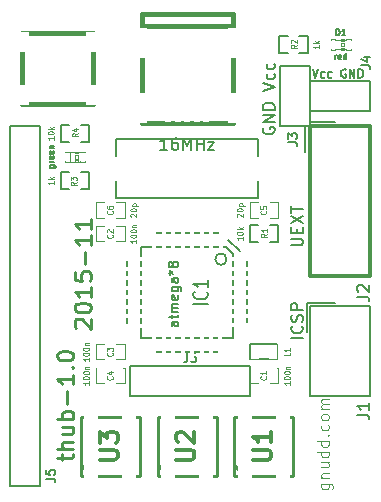
<source format=gto>
G04 (created by PCBNEW (22-Jun-2014 BZR 4027)-stable) date Tue Nov  3 08:39:22 2015*
%MOIN*%
G04 Gerber Fmt 3.4, Leading zero omitted, Abs format*
%FSLAX34Y34*%
G01*
G70*
G90*
G04 APERTURE LIST*
%ADD10C,0.00590551*%
%ADD11C,0.00787402*%
%ADD12C,0.00393701*%
%ADD13C,0.00984252*%
%ADD14C,0.006*%
%ADD15C,0.015*%
%ADD16C,0.012*%
%ADD17C,0.008*%
%ADD18C,0.0098*%
%ADD19C,0.005*%
%ADD20C,0.0047*%
%ADD21C,0.0026*%
%ADD22C,0.004*%
%ADD23C,0.0045*%
%ADD24R,0.0177X0.0787*%
%ADD25R,0.0787X0.0177*%
%ADD26R,0.0197X0.0906*%
%ADD27R,0.0787X0.0984*%
%ADD28C,0.0354*%
%ADD29R,0.06X0.06*%
%ADD30C,0.06*%
%ADD31R,0.19685X0.0787402*%
%ADD32R,0.0472X0.0787*%
%ADD33R,0.07X0.07*%
%ADD34C,0.0629921*%
%ADD35R,0.025X0.045*%
%ADD36R,0.0314X0.0314*%
G04 APERTURE END LIST*
G54D10*
X49855Y-40977D02*
X49947Y-41253D01*
X50039Y-40977D01*
X50249Y-41240D02*
X50223Y-41253D01*
X50170Y-41253D01*
X50144Y-41240D01*
X50131Y-41227D01*
X50118Y-41200D01*
X50118Y-41122D01*
X50131Y-41095D01*
X50144Y-41082D01*
X50170Y-41069D01*
X50223Y-41069D01*
X50249Y-41082D01*
X50485Y-41240D02*
X50459Y-41253D01*
X50406Y-41253D01*
X50380Y-41240D01*
X50367Y-41227D01*
X50354Y-41200D01*
X50354Y-41122D01*
X50367Y-41095D01*
X50380Y-41082D01*
X50406Y-41069D01*
X50459Y-41069D01*
X50485Y-41082D01*
X50958Y-40990D02*
X50931Y-40977D01*
X50892Y-40977D01*
X50853Y-40990D01*
X50826Y-41017D01*
X50813Y-41043D01*
X50800Y-41095D01*
X50800Y-41135D01*
X50813Y-41187D01*
X50826Y-41213D01*
X50853Y-41240D01*
X50892Y-41253D01*
X50918Y-41253D01*
X50958Y-41240D01*
X50971Y-41227D01*
X50971Y-41135D01*
X50918Y-41135D01*
X51089Y-41253D02*
X51089Y-40977D01*
X51246Y-41253D01*
X51246Y-40977D01*
X51377Y-41253D02*
X51377Y-40977D01*
X51443Y-40977D01*
X51482Y-40990D01*
X51509Y-41017D01*
X51522Y-41043D01*
X51535Y-41095D01*
X51535Y-41135D01*
X51522Y-41187D01*
X51509Y-41213D01*
X51482Y-41240D01*
X51443Y-41253D01*
X51377Y-41253D01*
G54D11*
X49135Y-46848D02*
X49454Y-46848D01*
X49491Y-46829D01*
X49510Y-46811D01*
X49529Y-46773D01*
X49529Y-46698D01*
X49510Y-46661D01*
X49491Y-46642D01*
X49454Y-46623D01*
X49135Y-46623D01*
X49323Y-46436D02*
X49323Y-46304D01*
X49529Y-46248D02*
X49529Y-46436D01*
X49135Y-46436D01*
X49135Y-46248D01*
X49135Y-46117D02*
X49529Y-45854D01*
X49135Y-45854D02*
X49529Y-46117D01*
X49135Y-45761D02*
X49135Y-45536D01*
X49529Y-45648D02*
X49135Y-45648D01*
X48209Y-42924D02*
X48190Y-42962D01*
X48190Y-43018D01*
X48209Y-43074D01*
X48247Y-43112D01*
X48284Y-43130D01*
X48359Y-43149D01*
X48415Y-43149D01*
X48490Y-43130D01*
X48528Y-43112D01*
X48565Y-43074D01*
X48584Y-43018D01*
X48584Y-42980D01*
X48565Y-42924D01*
X48547Y-42905D01*
X48415Y-42905D01*
X48415Y-42980D01*
X48584Y-42737D02*
X48190Y-42737D01*
X48584Y-42512D01*
X48190Y-42512D01*
X48584Y-42324D02*
X48190Y-42324D01*
X48190Y-42230D01*
X48209Y-42174D01*
X48247Y-42137D01*
X48284Y-42118D01*
X48359Y-42099D01*
X48415Y-42099D01*
X48490Y-42118D01*
X48528Y-42137D01*
X48565Y-42174D01*
X48584Y-42230D01*
X48584Y-42324D01*
X48190Y-41687D02*
X48584Y-41556D01*
X48190Y-41424D01*
X48565Y-41124D02*
X48584Y-41162D01*
X48584Y-41237D01*
X48565Y-41274D01*
X48547Y-41293D01*
X48509Y-41312D01*
X48397Y-41312D01*
X48359Y-41293D01*
X48340Y-41274D01*
X48322Y-41237D01*
X48322Y-41162D01*
X48340Y-41124D01*
X48565Y-40787D02*
X48584Y-40824D01*
X48584Y-40899D01*
X48565Y-40937D01*
X48547Y-40956D01*
X48509Y-40974D01*
X48397Y-40974D01*
X48359Y-40956D01*
X48340Y-40937D01*
X48322Y-40899D01*
X48322Y-40824D01*
X48340Y-40787D01*
X49529Y-49951D02*
X49135Y-49951D01*
X49491Y-49538D02*
X49510Y-49557D01*
X49529Y-49613D01*
X49529Y-49651D01*
X49510Y-49707D01*
X49473Y-49745D01*
X49435Y-49763D01*
X49360Y-49782D01*
X49304Y-49782D01*
X49229Y-49763D01*
X49191Y-49745D01*
X49154Y-49707D01*
X49135Y-49651D01*
X49135Y-49613D01*
X49154Y-49557D01*
X49173Y-49538D01*
X49510Y-49388D02*
X49529Y-49332D01*
X49529Y-49238D01*
X49510Y-49201D01*
X49491Y-49182D01*
X49454Y-49163D01*
X49416Y-49163D01*
X49379Y-49182D01*
X49360Y-49201D01*
X49341Y-49238D01*
X49323Y-49313D01*
X49304Y-49351D01*
X49285Y-49370D01*
X49248Y-49388D01*
X49210Y-49388D01*
X49173Y-49370D01*
X49154Y-49351D01*
X49135Y-49313D01*
X49135Y-49220D01*
X49154Y-49163D01*
X49529Y-48995D02*
X49135Y-48995D01*
X49135Y-48845D01*
X49154Y-48807D01*
X49173Y-48788D01*
X49210Y-48770D01*
X49266Y-48770D01*
X49304Y-48788D01*
X49323Y-48807D01*
X49341Y-48845D01*
X49341Y-48995D01*
G54D12*
X50133Y-54795D02*
X50451Y-54795D01*
X50489Y-54814D01*
X50508Y-54833D01*
X50526Y-54870D01*
X50526Y-54926D01*
X50508Y-54964D01*
X50376Y-54795D02*
X50395Y-54833D01*
X50395Y-54908D01*
X50376Y-54945D01*
X50358Y-54964D01*
X50320Y-54983D01*
X50208Y-54983D01*
X50170Y-54964D01*
X50151Y-54945D01*
X50133Y-54908D01*
X50133Y-54833D01*
X50151Y-54795D01*
X50133Y-54608D02*
X50395Y-54608D01*
X50170Y-54608D02*
X50151Y-54589D01*
X50133Y-54551D01*
X50133Y-54495D01*
X50151Y-54458D01*
X50189Y-54439D01*
X50395Y-54439D01*
X50133Y-54083D02*
X50395Y-54083D01*
X50133Y-54251D02*
X50339Y-54251D01*
X50376Y-54233D01*
X50395Y-54195D01*
X50395Y-54139D01*
X50376Y-54101D01*
X50358Y-54083D01*
X50395Y-53727D02*
X50001Y-53727D01*
X50376Y-53727D02*
X50395Y-53764D01*
X50395Y-53839D01*
X50376Y-53877D01*
X50358Y-53895D01*
X50320Y-53914D01*
X50208Y-53914D01*
X50170Y-53895D01*
X50151Y-53877D01*
X50133Y-53839D01*
X50133Y-53764D01*
X50151Y-53727D01*
X50395Y-53370D02*
X50001Y-53370D01*
X50376Y-53370D02*
X50395Y-53408D01*
X50395Y-53483D01*
X50376Y-53520D01*
X50358Y-53539D01*
X50320Y-53558D01*
X50208Y-53558D01*
X50170Y-53539D01*
X50151Y-53520D01*
X50133Y-53483D01*
X50133Y-53408D01*
X50151Y-53370D01*
X50358Y-53183D02*
X50376Y-53164D01*
X50395Y-53183D01*
X50376Y-53202D01*
X50358Y-53183D01*
X50395Y-53183D01*
X50376Y-52827D02*
X50395Y-52864D01*
X50395Y-52939D01*
X50376Y-52977D01*
X50358Y-52995D01*
X50320Y-53014D01*
X50208Y-53014D01*
X50170Y-52995D01*
X50151Y-52977D01*
X50133Y-52939D01*
X50133Y-52864D01*
X50151Y-52827D01*
X50395Y-52602D02*
X50376Y-52639D01*
X50358Y-52658D01*
X50320Y-52677D01*
X50208Y-52677D01*
X50170Y-52658D01*
X50151Y-52639D01*
X50133Y-52602D01*
X50133Y-52545D01*
X50151Y-52508D01*
X50170Y-52489D01*
X50208Y-52470D01*
X50320Y-52470D01*
X50358Y-52489D01*
X50376Y-52508D01*
X50395Y-52545D01*
X50395Y-52602D01*
X50395Y-52302D02*
X50133Y-52302D01*
X50170Y-52302D02*
X50151Y-52283D01*
X50133Y-52245D01*
X50133Y-52189D01*
X50151Y-52152D01*
X50189Y-52133D01*
X50395Y-52133D01*
X50189Y-52133D02*
X50151Y-52114D01*
X50133Y-52077D01*
X50133Y-52020D01*
X50151Y-51983D01*
X50189Y-51964D01*
X50395Y-51964D01*
G54D13*
X41968Y-49606D02*
X41942Y-49580D01*
X41916Y-49527D01*
X41916Y-49396D01*
X41942Y-49343D01*
X41968Y-49317D01*
X42020Y-49291D01*
X42073Y-49291D01*
X42152Y-49317D01*
X42467Y-49632D01*
X42467Y-49291D01*
X41916Y-48950D02*
X41916Y-48897D01*
X41942Y-48845D01*
X41968Y-48818D01*
X42020Y-48792D01*
X42125Y-48766D01*
X42257Y-48766D01*
X42362Y-48792D01*
X42414Y-48818D01*
X42440Y-48845D01*
X42467Y-48897D01*
X42467Y-48950D01*
X42440Y-49002D01*
X42414Y-49028D01*
X42362Y-49055D01*
X42257Y-49081D01*
X42125Y-49081D01*
X42020Y-49055D01*
X41968Y-49028D01*
X41942Y-49002D01*
X41916Y-48950D01*
X42467Y-48241D02*
X42467Y-48556D01*
X42467Y-48398D02*
X41916Y-48398D01*
X41994Y-48451D01*
X42047Y-48503D01*
X42073Y-48556D01*
X41916Y-47742D02*
X41916Y-48005D01*
X42178Y-48031D01*
X42152Y-48005D01*
X42125Y-47952D01*
X42125Y-47821D01*
X42152Y-47769D01*
X42178Y-47742D01*
X42230Y-47716D01*
X42362Y-47716D01*
X42414Y-47742D01*
X42440Y-47769D01*
X42467Y-47821D01*
X42467Y-47952D01*
X42440Y-48005D01*
X42414Y-48031D01*
X42257Y-47480D02*
X42257Y-47060D01*
X42467Y-46509D02*
X42467Y-46824D01*
X42467Y-46666D02*
X41916Y-46666D01*
X41994Y-46719D01*
X42047Y-46771D01*
X42073Y-46824D01*
X42467Y-45984D02*
X42467Y-46299D01*
X42467Y-46141D02*
X41916Y-46141D01*
X41994Y-46194D01*
X42047Y-46246D01*
X42073Y-46299D01*
G54D11*
X50613Y-42720D02*
X49763Y-42720D01*
X49613Y-43720D02*
X49613Y-42870D01*
X49663Y-48770D02*
X50613Y-48770D01*
X49663Y-49720D02*
X49663Y-48770D01*
X47047Y-46653D02*
X47440Y-47047D01*
G54D13*
X41509Y-54015D02*
X41509Y-53805D01*
X41325Y-53937D02*
X41797Y-53937D01*
X41850Y-53910D01*
X41876Y-53858D01*
X41876Y-53805D01*
X41876Y-53622D02*
X41325Y-53622D01*
X41876Y-53385D02*
X41587Y-53385D01*
X41535Y-53412D01*
X41509Y-53464D01*
X41509Y-53543D01*
X41535Y-53595D01*
X41561Y-53622D01*
X41509Y-52887D02*
X41876Y-52887D01*
X41509Y-53123D02*
X41797Y-53123D01*
X41850Y-53097D01*
X41876Y-53044D01*
X41876Y-52965D01*
X41850Y-52913D01*
X41824Y-52887D01*
X41876Y-52624D02*
X41325Y-52624D01*
X41535Y-52624D02*
X41509Y-52572D01*
X41509Y-52467D01*
X41535Y-52414D01*
X41561Y-52388D01*
X41614Y-52362D01*
X41771Y-52362D01*
X41824Y-52388D01*
X41850Y-52414D01*
X41876Y-52467D01*
X41876Y-52572D01*
X41850Y-52624D01*
X41666Y-52125D02*
X41666Y-51706D01*
X41876Y-51154D02*
X41876Y-51469D01*
X41876Y-51312D02*
X41325Y-51312D01*
X41404Y-51364D01*
X41456Y-51417D01*
X41482Y-51469D01*
X41824Y-50918D02*
X41850Y-50892D01*
X41876Y-50918D01*
X41850Y-50944D01*
X41824Y-50918D01*
X41876Y-50918D01*
X41325Y-50551D02*
X41325Y-50498D01*
X41351Y-50446D01*
X41377Y-50419D01*
X41430Y-50393D01*
X41535Y-50367D01*
X41666Y-50367D01*
X41771Y-50393D01*
X41824Y-50419D01*
X41850Y-50446D01*
X41876Y-50498D01*
X41876Y-50551D01*
X41850Y-50603D01*
X41824Y-50629D01*
X41771Y-50656D01*
X41666Y-50682D01*
X41535Y-50682D01*
X41430Y-50656D01*
X41377Y-50629D01*
X41351Y-50603D01*
X41325Y-50551D01*
G54D14*
X44579Y-50405D02*
X44579Y-49955D01*
X46759Y-50405D02*
X46759Y-49965D01*
X44579Y-50405D02*
X46759Y-50405D01*
X44109Y-49525D02*
X43679Y-49525D01*
X44099Y-47315D02*
X43679Y-47315D01*
X43679Y-47305D02*
X43669Y-49525D01*
X47649Y-47325D02*
X47659Y-49495D01*
X46959Y-46895D02*
X44129Y-46895D01*
X47649Y-49505D02*
X47239Y-49505D01*
X47199Y-47145D02*
X47199Y-49925D01*
X44119Y-49945D02*
X47159Y-49945D01*
X44119Y-46895D02*
X44119Y-49895D01*
X46789Y-46445D02*
X44569Y-46445D01*
X44569Y-46445D02*
X44569Y-46895D01*
X46969Y-46899D02*
X47199Y-47129D01*
X46789Y-46447D02*
X46789Y-46899D01*
X47199Y-47325D02*
X47651Y-47325D01*
X46983Y-47307D02*
G75*
G03X46983Y-47307I-188J0D01*
G74*
G01*
G54D15*
X47185Y-39527D02*
X44153Y-39527D01*
X47185Y-39133D02*
X44153Y-39133D01*
X44153Y-39133D02*
X44153Y-42755D01*
X44153Y-42755D02*
X47185Y-42755D01*
X47185Y-42755D02*
X47185Y-39133D01*
G54D16*
X51763Y-42870D02*
X51763Y-47870D01*
X51763Y-47870D02*
X49763Y-47870D01*
X49763Y-47870D02*
X49763Y-42870D01*
X49763Y-42870D02*
X51763Y-42870D01*
G54D17*
X49763Y-51870D02*
X49763Y-48870D01*
X51763Y-48870D02*
X51763Y-51870D01*
X51763Y-51870D02*
X49763Y-51870D01*
X49763Y-48870D02*
X51763Y-48870D01*
G54D10*
X48031Y-45275D02*
X43307Y-45275D01*
X43307Y-45275D02*
X43307Y-43307D01*
X43307Y-43307D02*
X48031Y-43307D01*
X48031Y-43307D02*
X48031Y-45275D01*
G54D18*
X47244Y-54173D02*
X47598Y-54527D01*
X49212Y-52559D02*
X49212Y-54527D01*
X49212Y-54527D02*
X47244Y-54527D01*
X47244Y-54527D02*
X47244Y-52559D01*
X47244Y-52559D02*
X49173Y-52559D01*
X44685Y-54173D02*
X45039Y-54527D01*
X46653Y-52559D02*
X46653Y-54527D01*
X46653Y-54527D02*
X44685Y-54527D01*
X44685Y-54527D02*
X44685Y-52559D01*
X44685Y-52559D02*
X46614Y-52559D01*
G54D15*
X40157Y-39763D02*
X42519Y-39763D01*
X42519Y-39763D02*
X42519Y-42125D01*
X42519Y-42125D02*
X40157Y-42125D01*
X40157Y-42125D02*
X40157Y-39763D01*
G54D14*
X49763Y-42370D02*
X49763Y-41370D01*
X49763Y-41370D02*
X51763Y-41370D01*
X51763Y-41370D02*
X51763Y-42370D01*
X51763Y-42370D02*
X49763Y-42370D01*
X48763Y-40870D02*
X49763Y-40870D01*
X49763Y-40870D02*
X49763Y-42870D01*
X49763Y-42870D02*
X48763Y-42870D01*
X48763Y-42870D02*
X48763Y-40870D01*
G54D10*
X40763Y-44870D02*
X40763Y-54870D01*
X40763Y-54870D02*
X39763Y-54870D01*
X39763Y-54870D02*
X39763Y-44870D01*
X40763Y-54870D02*
X39763Y-54870D01*
G54D14*
X39763Y-42870D02*
X40763Y-42870D01*
X40763Y-42870D02*
X40763Y-44870D01*
X39763Y-44870D02*
X39763Y-42870D01*
G54D18*
X42126Y-54173D02*
X42480Y-54527D01*
X44094Y-52559D02*
X44094Y-54527D01*
X44094Y-54527D02*
X42126Y-54527D01*
X42126Y-54527D02*
X42126Y-52559D01*
X42126Y-52559D02*
X44055Y-52559D01*
G54D19*
X48031Y-46181D02*
X47753Y-46181D01*
X47753Y-46181D02*
X47753Y-46731D01*
X47753Y-46731D02*
X48031Y-46731D01*
X48703Y-46181D02*
X48425Y-46181D01*
X48703Y-46181D02*
X48703Y-46731D01*
X48703Y-46731D02*
X48425Y-46731D01*
X49015Y-39882D02*
X48737Y-39882D01*
X48737Y-39882D02*
X48737Y-40432D01*
X48737Y-40432D02*
X49015Y-40432D01*
X49687Y-39882D02*
X49409Y-39882D01*
X49687Y-39882D02*
X49687Y-40432D01*
X49687Y-40432D02*
X49409Y-40432D01*
X42126Y-44960D02*
X42404Y-44960D01*
X42404Y-44960D02*
X42404Y-44410D01*
X42404Y-44410D02*
X42126Y-44410D01*
X41454Y-44960D02*
X41732Y-44960D01*
X41454Y-44960D02*
X41454Y-44410D01*
X41454Y-44410D02*
X41732Y-44410D01*
G54D20*
X48425Y-45925D02*
X48700Y-45925D01*
X48031Y-45925D02*
X47756Y-45925D01*
X48425Y-45413D02*
X48700Y-45413D01*
X47756Y-45413D02*
X48031Y-45413D01*
X48700Y-45419D02*
X48700Y-45919D01*
X47756Y-45919D02*
X47756Y-45419D01*
X42913Y-45413D02*
X42638Y-45413D01*
X43307Y-45413D02*
X43582Y-45413D01*
X42913Y-45925D02*
X42638Y-45925D01*
X43582Y-45925D02*
X43307Y-45925D01*
X42638Y-45919D02*
X42638Y-45419D01*
X43582Y-45419D02*
X43582Y-45919D01*
X48031Y-50925D02*
X47756Y-50925D01*
X48425Y-50925D02*
X48700Y-50925D01*
X48031Y-51437D02*
X47756Y-51437D01*
X48700Y-51437D02*
X48425Y-51437D01*
X47756Y-51431D02*
X47756Y-50931D01*
X48700Y-50931D02*
X48700Y-51431D01*
X42913Y-46200D02*
X42638Y-46200D01*
X43307Y-46200D02*
X43582Y-46200D01*
X42913Y-46712D02*
X42638Y-46712D01*
X43582Y-46712D02*
X43307Y-46712D01*
X42638Y-46706D02*
X42638Y-46206D01*
X43582Y-46206D02*
X43582Y-46706D01*
X42913Y-50137D02*
X42638Y-50137D01*
X43307Y-50137D02*
X43582Y-50137D01*
X42913Y-50649D02*
X42638Y-50649D01*
X43582Y-50649D02*
X43307Y-50649D01*
X42638Y-50643D02*
X42638Y-50143D01*
X43582Y-50143D02*
X43582Y-50643D01*
X42913Y-50925D02*
X42638Y-50925D01*
X43307Y-50925D02*
X43582Y-50925D01*
X42913Y-51437D02*
X42638Y-51437D01*
X43582Y-51437D02*
X43307Y-51437D01*
X42638Y-51431D02*
X42638Y-50931D01*
X43582Y-50931D02*
X43582Y-51431D01*
G54D19*
X48678Y-50643D02*
X47778Y-50643D01*
X47778Y-50643D02*
X47778Y-50143D01*
X47778Y-50143D02*
X48678Y-50143D01*
X48678Y-50143D02*
X48678Y-50643D01*
G54D21*
X50964Y-39980D02*
X50964Y-40334D01*
X50964Y-40334D02*
X51121Y-40334D01*
X51121Y-39980D02*
X51121Y-40334D01*
X50964Y-39980D02*
X51121Y-39980D01*
X50453Y-39980D02*
X50453Y-40334D01*
X50453Y-40334D02*
X50610Y-40334D01*
X50610Y-39980D02*
X50610Y-40334D01*
X50453Y-39980D02*
X50610Y-39980D01*
X50787Y-39980D02*
X50787Y-40039D01*
X50787Y-40039D02*
X50905Y-40039D01*
X50905Y-39980D02*
X50905Y-40039D01*
X50787Y-39980D02*
X50905Y-39980D01*
X50787Y-40275D02*
X50787Y-40334D01*
X50787Y-40334D02*
X50905Y-40334D01*
X50905Y-40275D02*
X50905Y-40334D01*
X50787Y-40275D02*
X50905Y-40275D01*
X50787Y-40098D02*
X50787Y-40216D01*
X50787Y-40216D02*
X50905Y-40216D01*
X50905Y-40098D02*
X50905Y-40216D01*
X50787Y-40098D02*
X50905Y-40098D01*
G54D22*
X50964Y-40000D02*
X50610Y-40000D01*
X50964Y-40314D02*
X50610Y-40314D01*
G54D21*
X42106Y-43720D02*
X42106Y-44074D01*
X42106Y-44074D02*
X42263Y-44074D01*
X42263Y-43720D02*
X42263Y-44074D01*
X42106Y-43720D02*
X42263Y-43720D01*
X41595Y-43720D02*
X41595Y-44074D01*
X41595Y-44074D02*
X41752Y-44074D01*
X41752Y-43720D02*
X41752Y-44074D01*
X41595Y-43720D02*
X41752Y-43720D01*
X41929Y-43720D02*
X41929Y-43779D01*
X41929Y-43779D02*
X42047Y-43779D01*
X42047Y-43720D02*
X42047Y-43779D01*
X41929Y-43720D02*
X42047Y-43720D01*
X41929Y-44015D02*
X41929Y-44074D01*
X41929Y-44074D02*
X42047Y-44074D01*
X42047Y-44015D02*
X42047Y-44074D01*
X41929Y-44015D02*
X42047Y-44015D01*
X41929Y-43838D02*
X41929Y-43956D01*
X41929Y-43956D02*
X42047Y-43956D01*
X42047Y-43838D02*
X42047Y-43956D01*
X41929Y-43838D02*
X42047Y-43838D01*
G54D22*
X42106Y-43740D02*
X41752Y-43740D01*
X42106Y-44054D02*
X41752Y-44054D01*
G54D19*
X41732Y-42835D02*
X41454Y-42835D01*
X41454Y-42835D02*
X41454Y-43385D01*
X41454Y-43385D02*
X41732Y-43385D01*
X42404Y-42835D02*
X42126Y-42835D01*
X42404Y-42835D02*
X42404Y-43385D01*
X42404Y-43385D02*
X42126Y-43385D01*
G54D14*
X47763Y-51870D02*
X45763Y-51870D01*
X45763Y-50870D02*
X47763Y-50870D01*
G54D10*
X47763Y-50870D02*
X47763Y-51870D01*
G54D14*
X43763Y-51870D02*
X43763Y-50870D01*
X43763Y-50870D02*
X45763Y-50870D01*
X45763Y-51870D02*
X43763Y-51870D01*
G54D17*
X46371Y-48815D02*
X45871Y-48815D01*
X46324Y-48396D02*
X46347Y-48415D01*
X46371Y-48472D01*
X46371Y-48510D01*
X46347Y-48568D01*
X46300Y-48606D01*
X46252Y-48625D01*
X46157Y-48644D01*
X46085Y-48644D01*
X45990Y-48625D01*
X45943Y-48606D01*
X45895Y-48568D01*
X45871Y-48510D01*
X45871Y-48472D01*
X45895Y-48415D01*
X45919Y-48396D01*
X46371Y-48015D02*
X46371Y-48244D01*
X46371Y-48129D02*
X45871Y-48129D01*
X45943Y-48168D01*
X45990Y-48206D01*
X46014Y-48244D01*
G54D10*
X45363Y-49386D02*
X45198Y-49386D01*
X45168Y-49401D01*
X45153Y-49431D01*
X45153Y-49491D01*
X45168Y-49521D01*
X45348Y-49386D02*
X45363Y-49416D01*
X45363Y-49491D01*
X45348Y-49521D01*
X45318Y-49536D01*
X45288Y-49536D01*
X45258Y-49521D01*
X45243Y-49491D01*
X45243Y-49416D01*
X45228Y-49386D01*
X45153Y-49281D02*
X45153Y-49161D01*
X45048Y-49236D02*
X45318Y-49236D01*
X45348Y-49221D01*
X45363Y-49191D01*
X45363Y-49161D01*
X45363Y-49056D02*
X45153Y-49056D01*
X45183Y-49056D02*
X45168Y-49041D01*
X45153Y-49011D01*
X45153Y-48967D01*
X45168Y-48937D01*
X45198Y-48922D01*
X45363Y-48922D01*
X45198Y-48922D02*
X45168Y-48907D01*
X45153Y-48877D01*
X45153Y-48832D01*
X45168Y-48802D01*
X45198Y-48787D01*
X45363Y-48787D01*
X45348Y-48517D02*
X45363Y-48547D01*
X45363Y-48607D01*
X45348Y-48637D01*
X45318Y-48652D01*
X45198Y-48652D01*
X45168Y-48637D01*
X45153Y-48607D01*
X45153Y-48547D01*
X45168Y-48517D01*
X45198Y-48502D01*
X45228Y-48502D01*
X45258Y-48652D01*
X45153Y-48232D02*
X45408Y-48232D01*
X45438Y-48247D01*
X45453Y-48262D01*
X45468Y-48292D01*
X45468Y-48337D01*
X45453Y-48367D01*
X45348Y-48232D02*
X45363Y-48262D01*
X45363Y-48322D01*
X45348Y-48352D01*
X45333Y-48367D01*
X45303Y-48382D01*
X45213Y-48382D01*
X45183Y-48367D01*
X45168Y-48352D01*
X45153Y-48322D01*
X45153Y-48262D01*
X45168Y-48232D01*
X45363Y-47947D02*
X45198Y-47947D01*
X45168Y-47962D01*
X45153Y-47992D01*
X45153Y-48052D01*
X45168Y-48082D01*
X45348Y-47947D02*
X45363Y-47977D01*
X45363Y-48052D01*
X45348Y-48082D01*
X45318Y-48097D01*
X45288Y-48097D01*
X45258Y-48082D01*
X45243Y-48052D01*
X45243Y-47977D01*
X45228Y-47947D01*
X45048Y-47752D02*
X45123Y-47752D01*
X45093Y-47827D02*
X45123Y-47752D01*
X45093Y-47677D01*
X45183Y-47797D02*
X45123Y-47752D01*
X45183Y-47707D01*
X45183Y-47512D02*
X45168Y-47542D01*
X45153Y-47557D01*
X45123Y-47572D01*
X45108Y-47572D01*
X45078Y-47557D01*
X45063Y-47542D01*
X45048Y-47512D01*
X45048Y-47452D01*
X45063Y-47422D01*
X45078Y-47407D01*
X45108Y-47392D01*
X45123Y-47392D01*
X45153Y-47407D01*
X45168Y-47422D01*
X45183Y-47452D01*
X45183Y-47512D01*
X45198Y-47542D01*
X45213Y-47557D01*
X45243Y-47572D01*
X45303Y-47572D01*
X45333Y-47557D01*
X45348Y-47542D01*
X45363Y-47512D01*
X45363Y-47452D01*
X45348Y-47422D01*
X45333Y-47407D01*
X45303Y-47392D01*
X45243Y-47392D01*
X45213Y-47407D01*
X45198Y-47422D01*
X45183Y-47452D01*
G54D17*
X51336Y-48558D02*
X51622Y-48558D01*
X51679Y-48577D01*
X51717Y-48615D01*
X51736Y-48672D01*
X51736Y-48710D01*
X51374Y-48387D02*
X51355Y-48368D01*
X51336Y-48329D01*
X51336Y-48234D01*
X51355Y-48196D01*
X51374Y-48177D01*
X51412Y-48158D01*
X51450Y-48158D01*
X51508Y-48177D01*
X51736Y-48406D01*
X51736Y-48158D01*
X51336Y-52495D02*
X51622Y-52495D01*
X51679Y-52514D01*
X51717Y-52552D01*
X51736Y-52609D01*
X51736Y-52647D01*
X51736Y-52095D02*
X51736Y-52324D01*
X51736Y-52209D02*
X51336Y-52209D01*
X51393Y-52247D01*
X51431Y-52286D01*
X51450Y-52324D01*
G54D10*
X45003Y-43663D02*
X44778Y-43663D01*
X44891Y-43663D02*
X44891Y-43269D01*
X44853Y-43325D01*
X44816Y-43363D01*
X44778Y-43382D01*
X45341Y-43269D02*
X45266Y-43269D01*
X45228Y-43288D01*
X45209Y-43307D01*
X45172Y-43363D01*
X45153Y-43438D01*
X45153Y-43588D01*
X45172Y-43625D01*
X45191Y-43644D01*
X45228Y-43663D01*
X45303Y-43663D01*
X45341Y-43644D01*
X45359Y-43625D01*
X45378Y-43588D01*
X45378Y-43494D01*
X45359Y-43457D01*
X45341Y-43438D01*
X45303Y-43419D01*
X45228Y-43419D01*
X45191Y-43438D01*
X45172Y-43457D01*
X45153Y-43494D01*
X45547Y-43663D02*
X45547Y-43269D01*
X45678Y-43550D01*
X45809Y-43269D01*
X45809Y-43663D01*
X45997Y-43663D02*
X45997Y-43269D01*
X45997Y-43457D02*
X46222Y-43457D01*
X46222Y-43663D02*
X46222Y-43269D01*
X46372Y-43400D02*
X46578Y-43400D01*
X46372Y-43663D01*
X46578Y-43663D01*
G54D16*
X47871Y-54000D02*
X48356Y-54000D01*
X48414Y-53971D01*
X48442Y-53943D01*
X48471Y-53886D01*
X48471Y-53771D01*
X48442Y-53714D01*
X48414Y-53686D01*
X48356Y-53657D01*
X47871Y-53657D01*
X48471Y-53057D02*
X48471Y-53400D01*
X48471Y-53229D02*
X47871Y-53229D01*
X47956Y-53286D01*
X48014Y-53343D01*
X48042Y-53400D01*
X45312Y-54000D02*
X45797Y-54000D01*
X45855Y-53971D01*
X45883Y-53943D01*
X45912Y-53886D01*
X45912Y-53771D01*
X45883Y-53714D01*
X45855Y-53686D01*
X45797Y-53657D01*
X45312Y-53657D01*
X45369Y-53400D02*
X45340Y-53371D01*
X45312Y-53314D01*
X45312Y-53171D01*
X45340Y-53114D01*
X45369Y-53086D01*
X45426Y-53057D01*
X45483Y-53057D01*
X45569Y-53086D01*
X45912Y-53429D01*
X45912Y-53057D01*
G54D14*
X51474Y-40848D02*
X51689Y-40848D01*
X51732Y-40862D01*
X51760Y-40890D01*
X51774Y-40933D01*
X51774Y-40962D01*
X51574Y-40576D02*
X51774Y-40576D01*
X51460Y-40648D02*
X51674Y-40719D01*
X51674Y-40533D01*
X49034Y-43407D02*
X49248Y-43407D01*
X49291Y-43421D01*
X49319Y-43449D01*
X49334Y-43492D01*
X49334Y-43521D01*
X49034Y-43292D02*
X49034Y-43107D01*
X49148Y-43207D01*
X49148Y-43164D01*
X49162Y-43135D01*
X49176Y-43121D01*
X49205Y-43107D01*
X49276Y-43107D01*
X49305Y-43121D01*
X49319Y-43135D01*
X49334Y-43164D01*
X49334Y-43249D01*
X49319Y-43278D01*
X49305Y-43292D01*
X40963Y-54627D02*
X41177Y-54627D01*
X41220Y-54641D01*
X41248Y-54670D01*
X41263Y-54713D01*
X41263Y-54741D01*
X40963Y-54341D02*
X40963Y-54484D01*
X41106Y-54498D01*
X41091Y-54484D01*
X41077Y-54456D01*
X41077Y-54384D01*
X41091Y-54356D01*
X41106Y-54341D01*
X41134Y-54327D01*
X41206Y-54327D01*
X41234Y-54341D01*
X41248Y-54356D01*
X41263Y-54384D01*
X41263Y-54456D01*
X41248Y-54484D01*
X41234Y-54498D01*
G54D16*
X42753Y-54000D02*
X43238Y-54000D01*
X43295Y-53971D01*
X43324Y-53943D01*
X43353Y-53886D01*
X43353Y-53771D01*
X43324Y-53714D01*
X43295Y-53686D01*
X43238Y-53657D01*
X42753Y-53657D01*
X42753Y-53429D02*
X42753Y-53057D01*
X42981Y-53257D01*
X42981Y-53171D01*
X43010Y-53114D01*
X43038Y-53086D01*
X43095Y-53057D01*
X43238Y-53057D01*
X43295Y-53086D01*
X43324Y-53114D01*
X43353Y-53171D01*
X43353Y-53343D01*
X43324Y-53400D01*
X43295Y-53429D01*
G54D23*
X48333Y-46461D02*
X48239Y-46521D01*
X48333Y-46564D02*
X48136Y-46564D01*
X48136Y-46495D01*
X48145Y-46478D01*
X48154Y-46470D01*
X48173Y-46461D01*
X48201Y-46461D01*
X48220Y-46470D01*
X48229Y-46478D01*
X48239Y-46495D01*
X48239Y-46564D01*
X48333Y-46290D02*
X48333Y-46393D01*
X48333Y-46341D02*
X48136Y-46341D01*
X48164Y-46358D01*
X48182Y-46375D01*
X48192Y-46393D01*
X47521Y-46563D02*
X47521Y-46666D01*
X47521Y-46615D02*
X47321Y-46615D01*
X47350Y-46632D01*
X47369Y-46649D01*
X47379Y-46666D01*
X47321Y-46452D02*
X47321Y-46435D01*
X47331Y-46418D01*
X47340Y-46409D01*
X47359Y-46400D01*
X47398Y-46392D01*
X47445Y-46392D01*
X47483Y-46400D01*
X47502Y-46409D01*
X47512Y-46418D01*
X47521Y-46435D01*
X47521Y-46452D01*
X47512Y-46469D01*
X47502Y-46478D01*
X47483Y-46486D01*
X47445Y-46495D01*
X47398Y-46495D01*
X47359Y-46486D01*
X47340Y-46478D01*
X47331Y-46469D01*
X47321Y-46452D01*
X47521Y-46315D02*
X47321Y-46315D01*
X47445Y-46298D02*
X47521Y-46246D01*
X47388Y-46246D02*
X47464Y-46315D01*
X49317Y-40162D02*
X49223Y-40222D01*
X49317Y-40265D02*
X49120Y-40265D01*
X49120Y-40196D01*
X49129Y-40179D01*
X49139Y-40171D01*
X49157Y-40162D01*
X49186Y-40162D01*
X49204Y-40171D01*
X49214Y-40179D01*
X49223Y-40196D01*
X49223Y-40265D01*
X49139Y-40093D02*
X49129Y-40085D01*
X49120Y-40068D01*
X49120Y-40025D01*
X49129Y-40008D01*
X49139Y-39999D01*
X49157Y-39991D01*
X49176Y-39991D01*
X49204Y-39999D01*
X49317Y-40102D01*
X49317Y-39991D01*
X50080Y-40178D02*
X50080Y-40281D01*
X50080Y-40230D02*
X49880Y-40230D01*
X49909Y-40247D01*
X49928Y-40264D01*
X49938Y-40281D01*
X50080Y-40101D02*
X49880Y-40101D01*
X50004Y-40084D02*
X50080Y-40033D01*
X49947Y-40033D02*
X50023Y-40101D01*
X41983Y-44740D02*
X41890Y-44800D01*
X41983Y-44842D02*
X41786Y-44842D01*
X41786Y-44774D01*
X41796Y-44757D01*
X41805Y-44748D01*
X41824Y-44740D01*
X41852Y-44740D01*
X41871Y-44748D01*
X41880Y-44757D01*
X41890Y-44774D01*
X41890Y-44842D01*
X41786Y-44680D02*
X41786Y-44568D01*
X41861Y-44628D01*
X41861Y-44602D01*
X41871Y-44585D01*
X41880Y-44577D01*
X41899Y-44568D01*
X41946Y-44568D01*
X41965Y-44577D01*
X41974Y-44585D01*
X41983Y-44602D01*
X41983Y-44654D01*
X41974Y-44671D01*
X41965Y-44680D01*
X41222Y-44706D02*
X41222Y-44809D01*
X41222Y-44757D02*
X41022Y-44757D01*
X41051Y-44775D01*
X41070Y-44792D01*
X41079Y-44809D01*
X41222Y-44629D02*
X41022Y-44629D01*
X41146Y-44612D02*
X41222Y-44560D01*
X41089Y-44560D02*
X41165Y-44629D01*
X48290Y-45699D02*
X48299Y-45707D01*
X48309Y-45733D01*
X48309Y-45750D01*
X48299Y-45776D01*
X48280Y-45793D01*
X48261Y-45802D01*
X48223Y-45810D01*
X48195Y-45810D01*
X48156Y-45802D01*
X48137Y-45793D01*
X48118Y-45776D01*
X48109Y-45750D01*
X48109Y-45733D01*
X48118Y-45707D01*
X48128Y-45699D01*
X48109Y-45536D02*
X48109Y-45622D01*
X48204Y-45630D01*
X48195Y-45622D01*
X48185Y-45605D01*
X48185Y-45562D01*
X48195Y-45545D01*
X48204Y-45536D01*
X48223Y-45527D01*
X48271Y-45527D01*
X48290Y-45536D01*
X48299Y-45545D01*
X48309Y-45562D01*
X48309Y-45605D01*
X48299Y-45622D01*
X48290Y-45630D01*
X47340Y-45887D02*
X47331Y-45879D01*
X47321Y-45862D01*
X47321Y-45819D01*
X47331Y-45802D01*
X47340Y-45793D01*
X47359Y-45785D01*
X47379Y-45785D01*
X47407Y-45793D01*
X47521Y-45896D01*
X47521Y-45785D01*
X47321Y-45673D02*
X47321Y-45656D01*
X47331Y-45639D01*
X47340Y-45630D01*
X47359Y-45622D01*
X47398Y-45613D01*
X47445Y-45613D01*
X47483Y-45622D01*
X47502Y-45630D01*
X47512Y-45639D01*
X47521Y-45656D01*
X47521Y-45673D01*
X47512Y-45690D01*
X47502Y-45699D01*
X47483Y-45707D01*
X47445Y-45716D01*
X47398Y-45716D01*
X47359Y-45707D01*
X47340Y-45699D01*
X47331Y-45690D01*
X47321Y-45673D01*
X47388Y-45536D02*
X47588Y-45536D01*
X47398Y-45536D02*
X47388Y-45519D01*
X47388Y-45485D01*
X47398Y-45467D01*
X47407Y-45459D01*
X47426Y-45450D01*
X47483Y-45450D01*
X47502Y-45459D01*
X47512Y-45467D01*
X47521Y-45485D01*
X47521Y-45519D01*
X47512Y-45536D01*
X43172Y-45699D02*
X43181Y-45707D01*
X43191Y-45733D01*
X43191Y-45750D01*
X43181Y-45776D01*
X43162Y-45793D01*
X43143Y-45802D01*
X43105Y-45810D01*
X43076Y-45810D01*
X43038Y-45802D01*
X43019Y-45793D01*
X43000Y-45776D01*
X42991Y-45750D01*
X42991Y-45733D01*
X43000Y-45707D01*
X43010Y-45699D01*
X42991Y-45545D02*
X42991Y-45579D01*
X43000Y-45596D01*
X43010Y-45605D01*
X43038Y-45622D01*
X43076Y-45630D01*
X43153Y-45630D01*
X43172Y-45622D01*
X43181Y-45613D01*
X43191Y-45596D01*
X43191Y-45562D01*
X43181Y-45545D01*
X43172Y-45536D01*
X43153Y-45527D01*
X43105Y-45527D01*
X43086Y-45536D01*
X43076Y-45545D01*
X43067Y-45562D01*
X43067Y-45596D01*
X43076Y-45613D01*
X43086Y-45622D01*
X43105Y-45630D01*
X43797Y-45887D02*
X43788Y-45879D01*
X43778Y-45862D01*
X43778Y-45819D01*
X43788Y-45802D01*
X43797Y-45793D01*
X43816Y-45785D01*
X43835Y-45785D01*
X43864Y-45793D01*
X43978Y-45896D01*
X43978Y-45785D01*
X43778Y-45673D02*
X43778Y-45656D01*
X43788Y-45639D01*
X43797Y-45630D01*
X43816Y-45622D01*
X43854Y-45613D01*
X43902Y-45613D01*
X43940Y-45622D01*
X43959Y-45630D01*
X43969Y-45639D01*
X43978Y-45656D01*
X43978Y-45673D01*
X43969Y-45690D01*
X43959Y-45699D01*
X43940Y-45707D01*
X43902Y-45716D01*
X43854Y-45716D01*
X43816Y-45707D01*
X43797Y-45699D01*
X43788Y-45690D01*
X43778Y-45673D01*
X43845Y-45536D02*
X44045Y-45536D01*
X43854Y-45536D02*
X43845Y-45519D01*
X43845Y-45485D01*
X43854Y-45467D01*
X43864Y-45459D01*
X43883Y-45450D01*
X43940Y-45450D01*
X43959Y-45459D01*
X43969Y-45467D01*
X43978Y-45485D01*
X43978Y-45519D01*
X43969Y-45536D01*
X48290Y-51211D02*
X48299Y-51219D01*
X48309Y-51245D01*
X48309Y-51262D01*
X48299Y-51288D01*
X48280Y-51305D01*
X48261Y-51313D01*
X48223Y-51322D01*
X48195Y-51322D01*
X48156Y-51313D01*
X48137Y-51305D01*
X48118Y-51288D01*
X48109Y-51262D01*
X48109Y-51245D01*
X48118Y-51219D01*
X48128Y-51211D01*
X48309Y-51039D02*
X48309Y-51142D01*
X48309Y-51091D02*
X48109Y-51091D01*
X48137Y-51108D01*
X48156Y-51125D01*
X48166Y-51142D01*
X49096Y-51382D02*
X49096Y-51485D01*
X49096Y-51433D02*
X48896Y-51433D01*
X48925Y-51451D01*
X48944Y-51468D01*
X48953Y-51485D01*
X48896Y-51271D02*
X48896Y-51253D01*
X48906Y-51236D01*
X48915Y-51228D01*
X48934Y-51219D01*
X48972Y-51211D01*
X49020Y-51211D01*
X49058Y-51219D01*
X49077Y-51228D01*
X49087Y-51236D01*
X49096Y-51253D01*
X49096Y-51271D01*
X49087Y-51288D01*
X49077Y-51296D01*
X49058Y-51305D01*
X49020Y-51313D01*
X48972Y-51313D01*
X48934Y-51305D01*
X48915Y-51296D01*
X48906Y-51288D01*
X48896Y-51271D01*
X48896Y-51099D02*
X48896Y-51082D01*
X48906Y-51065D01*
X48915Y-51056D01*
X48934Y-51048D01*
X48972Y-51039D01*
X49020Y-51039D01*
X49058Y-51048D01*
X49077Y-51056D01*
X49087Y-51065D01*
X49096Y-51082D01*
X49096Y-51099D01*
X49087Y-51116D01*
X49077Y-51125D01*
X49058Y-51133D01*
X49020Y-51142D01*
X48972Y-51142D01*
X48934Y-51133D01*
X48915Y-51125D01*
X48906Y-51116D01*
X48896Y-51099D01*
X48963Y-50962D02*
X49096Y-50962D01*
X48982Y-50962D02*
X48972Y-50953D01*
X48963Y-50936D01*
X48963Y-50911D01*
X48972Y-50893D01*
X48991Y-50885D01*
X49096Y-50885D01*
X43172Y-46486D02*
X43181Y-46495D01*
X43191Y-46520D01*
X43191Y-46538D01*
X43181Y-46563D01*
X43162Y-46580D01*
X43143Y-46589D01*
X43105Y-46598D01*
X43076Y-46598D01*
X43038Y-46589D01*
X43019Y-46580D01*
X43000Y-46563D01*
X42991Y-46538D01*
X42991Y-46520D01*
X43000Y-46495D01*
X43010Y-46486D01*
X43010Y-46418D02*
X43000Y-46409D01*
X42991Y-46392D01*
X42991Y-46349D01*
X43000Y-46332D01*
X43010Y-46323D01*
X43029Y-46315D01*
X43048Y-46315D01*
X43076Y-46323D01*
X43191Y-46426D01*
X43191Y-46315D01*
X43978Y-46658D02*
X43978Y-46760D01*
X43978Y-46709D02*
X43778Y-46709D01*
X43807Y-46726D01*
X43826Y-46743D01*
X43835Y-46760D01*
X43778Y-46546D02*
X43778Y-46529D01*
X43788Y-46512D01*
X43797Y-46503D01*
X43816Y-46495D01*
X43854Y-46486D01*
X43902Y-46486D01*
X43940Y-46495D01*
X43959Y-46503D01*
X43969Y-46512D01*
X43978Y-46529D01*
X43978Y-46546D01*
X43969Y-46563D01*
X43959Y-46572D01*
X43940Y-46580D01*
X43902Y-46589D01*
X43854Y-46589D01*
X43816Y-46580D01*
X43797Y-46572D01*
X43788Y-46563D01*
X43778Y-46546D01*
X43778Y-46375D02*
X43778Y-46358D01*
X43788Y-46340D01*
X43797Y-46332D01*
X43816Y-46323D01*
X43854Y-46315D01*
X43902Y-46315D01*
X43940Y-46323D01*
X43959Y-46332D01*
X43969Y-46340D01*
X43978Y-46358D01*
X43978Y-46375D01*
X43969Y-46392D01*
X43959Y-46400D01*
X43940Y-46409D01*
X43902Y-46418D01*
X43854Y-46418D01*
X43816Y-46409D01*
X43797Y-46400D01*
X43788Y-46392D01*
X43778Y-46375D01*
X43845Y-46238D02*
X43978Y-46238D01*
X43864Y-46238D02*
X43854Y-46229D01*
X43845Y-46212D01*
X43845Y-46186D01*
X43854Y-46169D01*
X43873Y-46160D01*
X43978Y-46160D01*
X43172Y-50423D02*
X43181Y-50432D01*
X43191Y-50457D01*
X43191Y-50475D01*
X43181Y-50500D01*
X43162Y-50517D01*
X43143Y-50526D01*
X43105Y-50535D01*
X43076Y-50535D01*
X43038Y-50526D01*
X43019Y-50517D01*
X43000Y-50500D01*
X42991Y-50475D01*
X42991Y-50457D01*
X43000Y-50432D01*
X43010Y-50423D01*
X42991Y-50363D02*
X42991Y-50252D01*
X43067Y-50312D01*
X43067Y-50286D01*
X43076Y-50269D01*
X43086Y-50260D01*
X43105Y-50252D01*
X43153Y-50252D01*
X43172Y-50260D01*
X43181Y-50269D01*
X43191Y-50286D01*
X43191Y-50337D01*
X43181Y-50355D01*
X43172Y-50363D01*
X42403Y-50595D02*
X42403Y-50697D01*
X42403Y-50646D02*
X42203Y-50646D01*
X42232Y-50663D01*
X42251Y-50680D01*
X42260Y-50697D01*
X42203Y-50483D02*
X42203Y-50466D01*
X42213Y-50449D01*
X42222Y-50440D01*
X42241Y-50432D01*
X42279Y-50423D01*
X42327Y-50423D01*
X42365Y-50432D01*
X42384Y-50440D01*
X42394Y-50449D01*
X42403Y-50466D01*
X42403Y-50483D01*
X42394Y-50500D01*
X42384Y-50509D01*
X42365Y-50517D01*
X42327Y-50526D01*
X42279Y-50526D01*
X42241Y-50517D01*
X42222Y-50509D01*
X42213Y-50500D01*
X42203Y-50483D01*
X42203Y-50312D02*
X42203Y-50295D01*
X42213Y-50277D01*
X42222Y-50269D01*
X42241Y-50260D01*
X42279Y-50252D01*
X42327Y-50252D01*
X42365Y-50260D01*
X42384Y-50269D01*
X42394Y-50277D01*
X42403Y-50295D01*
X42403Y-50312D01*
X42394Y-50329D01*
X42384Y-50337D01*
X42365Y-50346D01*
X42327Y-50355D01*
X42279Y-50355D01*
X42241Y-50346D01*
X42222Y-50337D01*
X42213Y-50329D01*
X42203Y-50312D01*
X42270Y-50175D02*
X42403Y-50175D01*
X42289Y-50175D02*
X42279Y-50166D01*
X42270Y-50149D01*
X42270Y-50123D01*
X42279Y-50106D01*
X42299Y-50097D01*
X42403Y-50097D01*
X43172Y-51211D02*
X43181Y-51219D01*
X43191Y-51245D01*
X43191Y-51262D01*
X43181Y-51288D01*
X43162Y-51305D01*
X43143Y-51313D01*
X43105Y-51322D01*
X43076Y-51322D01*
X43038Y-51313D01*
X43019Y-51305D01*
X43000Y-51288D01*
X42991Y-51262D01*
X42991Y-51245D01*
X43000Y-51219D01*
X43010Y-51211D01*
X43057Y-51056D02*
X43191Y-51056D01*
X42981Y-51099D02*
X43124Y-51142D01*
X43124Y-51031D01*
X42403Y-51382D02*
X42403Y-51485D01*
X42403Y-51433D02*
X42203Y-51433D01*
X42232Y-51451D01*
X42251Y-51468D01*
X42260Y-51485D01*
X42203Y-51271D02*
X42203Y-51253D01*
X42213Y-51236D01*
X42222Y-51228D01*
X42241Y-51219D01*
X42279Y-51211D01*
X42327Y-51211D01*
X42365Y-51219D01*
X42384Y-51228D01*
X42394Y-51236D01*
X42403Y-51253D01*
X42403Y-51271D01*
X42394Y-51288D01*
X42384Y-51296D01*
X42365Y-51305D01*
X42327Y-51313D01*
X42279Y-51313D01*
X42241Y-51305D01*
X42222Y-51296D01*
X42213Y-51288D01*
X42203Y-51271D01*
X42203Y-51099D02*
X42203Y-51082D01*
X42213Y-51065D01*
X42222Y-51056D01*
X42241Y-51048D01*
X42279Y-51039D01*
X42327Y-51039D01*
X42365Y-51048D01*
X42384Y-51056D01*
X42394Y-51065D01*
X42403Y-51082D01*
X42403Y-51099D01*
X42394Y-51116D01*
X42384Y-51125D01*
X42365Y-51133D01*
X42327Y-51142D01*
X42279Y-51142D01*
X42241Y-51133D01*
X42222Y-51125D01*
X42213Y-51116D01*
X42203Y-51099D01*
X42270Y-50962D02*
X42403Y-50962D01*
X42289Y-50962D02*
X42279Y-50953D01*
X42270Y-50936D01*
X42270Y-50911D01*
X42279Y-50893D01*
X42299Y-50885D01*
X42403Y-50885D01*
X49096Y-50423D02*
X49096Y-50509D01*
X48896Y-50509D01*
X49096Y-50269D02*
X49096Y-50372D01*
X49096Y-50320D02*
X48896Y-50320D01*
X48925Y-50337D01*
X48944Y-50355D01*
X48953Y-50372D01*
G54D19*
X50639Y-39838D02*
X50639Y-39638D01*
X50687Y-39638D01*
X50715Y-39647D01*
X50735Y-39667D01*
X50744Y-39686D01*
X50754Y-39724D01*
X50754Y-39752D01*
X50744Y-39790D01*
X50735Y-39809D01*
X50715Y-39828D01*
X50687Y-39838D01*
X50639Y-39838D01*
X50944Y-39838D02*
X50830Y-39838D01*
X50887Y-39838D02*
X50887Y-39638D01*
X50868Y-39667D01*
X50849Y-39686D01*
X50830Y-39695D01*
X50596Y-40638D02*
X50596Y-40505D01*
X50596Y-40543D02*
X50606Y-40524D01*
X50615Y-40514D01*
X50635Y-40505D01*
X50654Y-40505D01*
X50796Y-40628D02*
X50777Y-40638D01*
X50739Y-40638D01*
X50720Y-40628D01*
X50711Y-40609D01*
X50711Y-40533D01*
X50720Y-40514D01*
X50739Y-40505D01*
X50777Y-40505D01*
X50796Y-40514D01*
X50806Y-40533D01*
X50806Y-40552D01*
X50711Y-40571D01*
X50977Y-40638D02*
X50977Y-40438D01*
X50977Y-40628D02*
X50958Y-40638D01*
X50920Y-40638D01*
X50901Y-40628D01*
X50892Y-40619D01*
X50882Y-40600D01*
X50882Y-40543D01*
X50892Y-40524D01*
X50901Y-40514D01*
X50920Y-40505D01*
X50958Y-40505D01*
X50977Y-40514D01*
X41089Y-44178D02*
X41251Y-44178D01*
X41270Y-44188D01*
X41279Y-44197D01*
X41289Y-44216D01*
X41289Y-44245D01*
X41279Y-44264D01*
X41213Y-44178D02*
X41222Y-44197D01*
X41222Y-44235D01*
X41213Y-44254D01*
X41203Y-44264D01*
X41184Y-44273D01*
X41127Y-44273D01*
X41108Y-44264D01*
X41098Y-44254D01*
X41089Y-44235D01*
X41089Y-44197D01*
X41098Y-44178D01*
X41222Y-44083D02*
X41089Y-44083D01*
X41127Y-44083D02*
X41108Y-44073D01*
X41098Y-44064D01*
X41089Y-44045D01*
X41089Y-44026D01*
X41213Y-43883D02*
X41222Y-43902D01*
X41222Y-43940D01*
X41213Y-43959D01*
X41194Y-43969D01*
X41117Y-43969D01*
X41098Y-43959D01*
X41089Y-43940D01*
X41089Y-43902D01*
X41098Y-43883D01*
X41117Y-43873D01*
X41136Y-43873D01*
X41156Y-43969D01*
X41213Y-43711D02*
X41222Y-43730D01*
X41222Y-43769D01*
X41213Y-43788D01*
X41194Y-43797D01*
X41117Y-43797D01*
X41098Y-43788D01*
X41089Y-43769D01*
X41089Y-43730D01*
X41098Y-43711D01*
X41117Y-43702D01*
X41136Y-43702D01*
X41156Y-43797D01*
X41089Y-43616D02*
X41222Y-43616D01*
X41108Y-43616D02*
X41098Y-43607D01*
X41089Y-43588D01*
X41089Y-43559D01*
X41098Y-43540D01*
X41117Y-43530D01*
X41222Y-43530D01*
G54D23*
X42033Y-43115D02*
X41940Y-43175D01*
X42033Y-43218D02*
X41836Y-43218D01*
X41836Y-43149D01*
X41846Y-43132D01*
X41855Y-43123D01*
X41874Y-43115D01*
X41902Y-43115D01*
X41921Y-43123D01*
X41930Y-43132D01*
X41940Y-43149D01*
X41940Y-43218D01*
X41902Y-42960D02*
X42033Y-42960D01*
X41827Y-43003D02*
X41968Y-43046D01*
X41968Y-42935D01*
X41222Y-43217D02*
X41222Y-43320D01*
X41222Y-43268D02*
X41022Y-43268D01*
X41051Y-43285D01*
X41070Y-43303D01*
X41079Y-43320D01*
X41022Y-43105D02*
X41022Y-43088D01*
X41032Y-43071D01*
X41041Y-43063D01*
X41060Y-43054D01*
X41098Y-43045D01*
X41146Y-43045D01*
X41184Y-43054D01*
X41203Y-43063D01*
X41213Y-43071D01*
X41222Y-43088D01*
X41222Y-43105D01*
X41213Y-43123D01*
X41203Y-43131D01*
X41184Y-43140D01*
X41146Y-43148D01*
X41098Y-43148D01*
X41060Y-43140D01*
X41041Y-43131D01*
X41032Y-43123D01*
X41022Y-43105D01*
X41222Y-42968D02*
X41022Y-42968D01*
X41146Y-42951D02*
X41222Y-42900D01*
X41089Y-42900D02*
X41165Y-42968D01*
G54D14*
X45663Y-50441D02*
X45663Y-50655D01*
X45649Y-50698D01*
X45620Y-50727D01*
X45578Y-50741D01*
X45549Y-50741D01*
X45935Y-50441D02*
X45878Y-50441D01*
X45849Y-50455D01*
X45835Y-50470D01*
X45806Y-50512D01*
X45792Y-50570D01*
X45792Y-50684D01*
X45806Y-50712D01*
X45820Y-50727D01*
X45849Y-50741D01*
X45906Y-50741D01*
X45935Y-50727D01*
X45949Y-50712D01*
X45963Y-50684D01*
X45963Y-50612D01*
X45949Y-50584D01*
X45935Y-50570D01*
X45906Y-50555D01*
X45849Y-50555D01*
X45820Y-50570D01*
X45806Y-50584D01*
X45792Y-50612D01*
%LPC*%
G54D24*
X44576Y-46529D03*
X44891Y-46529D03*
X45206Y-46529D03*
X45521Y-46529D03*
X45836Y-46529D03*
X46151Y-46529D03*
X46466Y-46529D03*
X46781Y-46529D03*
X46779Y-50295D03*
X44569Y-50295D03*
X44889Y-50295D03*
X45209Y-50295D03*
X45519Y-50295D03*
X45839Y-50295D03*
X46149Y-50295D03*
X46469Y-50295D03*
G54D25*
X47569Y-47313D03*
X47569Y-47627D03*
X47569Y-47943D03*
X47569Y-48257D03*
X47569Y-48573D03*
X47569Y-48887D03*
X47569Y-49203D03*
X47569Y-49517D03*
X43789Y-47315D03*
X43789Y-47625D03*
X43789Y-47945D03*
X43789Y-48255D03*
X43789Y-48565D03*
X43789Y-48885D03*
X43789Y-49205D03*
X43789Y-49525D03*
G54D26*
X46299Y-42302D03*
X45984Y-42302D03*
X45669Y-42302D03*
X45354Y-42302D03*
X45039Y-42302D03*
G54D27*
X47421Y-42263D03*
X47421Y-40098D03*
X43917Y-42263D03*
X43917Y-40098D03*
G54D28*
X46535Y-41279D03*
X44803Y-41279D03*
G54D29*
X50263Y-43370D03*
G54D30*
X51263Y-43370D03*
X50263Y-44370D03*
X51263Y-44370D03*
X50263Y-45370D03*
X51263Y-45370D03*
X50263Y-46370D03*
X51263Y-46370D03*
X50263Y-47370D03*
X51263Y-47370D03*
G54D29*
X50263Y-49370D03*
G54D30*
X51263Y-49370D03*
X50263Y-50370D03*
X51263Y-50370D03*
X50263Y-51370D03*
X51263Y-51370D03*
G54D31*
X47440Y-44291D03*
X43897Y-44291D03*
G54D32*
X48858Y-52480D03*
X47598Y-52480D03*
X47598Y-54606D03*
X48858Y-54606D03*
X46299Y-52480D03*
X45039Y-52480D03*
X45039Y-54606D03*
X46299Y-54606D03*
G54D33*
X40058Y-40058D03*
X42618Y-40058D03*
X40058Y-41830D03*
X42618Y-41830D03*
G54D29*
X50263Y-41870D03*
G54D30*
X51263Y-41870D03*
G54D29*
X49263Y-41370D03*
G54D30*
X49263Y-42370D03*
G54D29*
X40263Y-43370D03*
G54D34*
X40263Y-44370D03*
X40263Y-45370D03*
X40263Y-46370D03*
X40263Y-47370D03*
X40263Y-48370D03*
X40263Y-49370D03*
X40263Y-50370D03*
X40263Y-51370D03*
X40263Y-52370D03*
X40263Y-53370D03*
X40263Y-54370D03*
G54D32*
X43740Y-52480D03*
X42480Y-52480D03*
X42480Y-54606D03*
X43740Y-54606D03*
G54D35*
X47928Y-46456D03*
X48528Y-46456D03*
X48912Y-40157D03*
X49512Y-40157D03*
X42229Y-44685D03*
X41629Y-44685D03*
X47928Y-45669D03*
X48528Y-45669D03*
X43410Y-45669D03*
X42810Y-45669D03*
X48528Y-51181D03*
X47928Y-51181D03*
X43410Y-46456D03*
X42810Y-46456D03*
X43410Y-50393D03*
X42810Y-50393D03*
X43410Y-51181D03*
X42810Y-51181D03*
X48528Y-50393D03*
X47928Y-50393D03*
G54D36*
X50492Y-40157D03*
X51082Y-40157D03*
X41634Y-43897D03*
X42224Y-43897D03*
G54D35*
X41629Y-43110D03*
X42229Y-43110D03*
G54D29*
X44263Y-51370D03*
G54D34*
X45263Y-51370D03*
X46263Y-51370D03*
X47263Y-51370D03*
M02*

</source>
